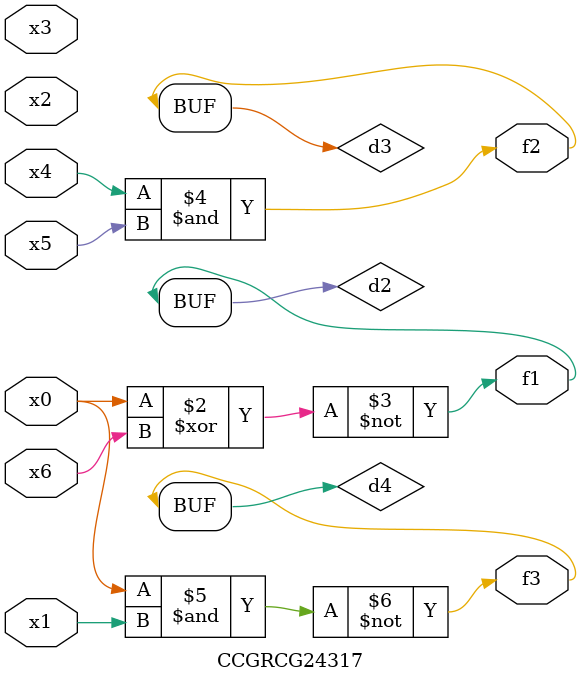
<source format=v>
module CCGRCG24317(
	input x0, x1, x2, x3, x4, x5, x6,
	output f1, f2, f3
);

	wire d1, d2, d3, d4;

	nor (d1, x0);
	xnor (d2, x0, x6);
	and (d3, x4, x5);
	nand (d4, x0, x1);
	assign f1 = d2;
	assign f2 = d3;
	assign f3 = d4;
endmodule

</source>
